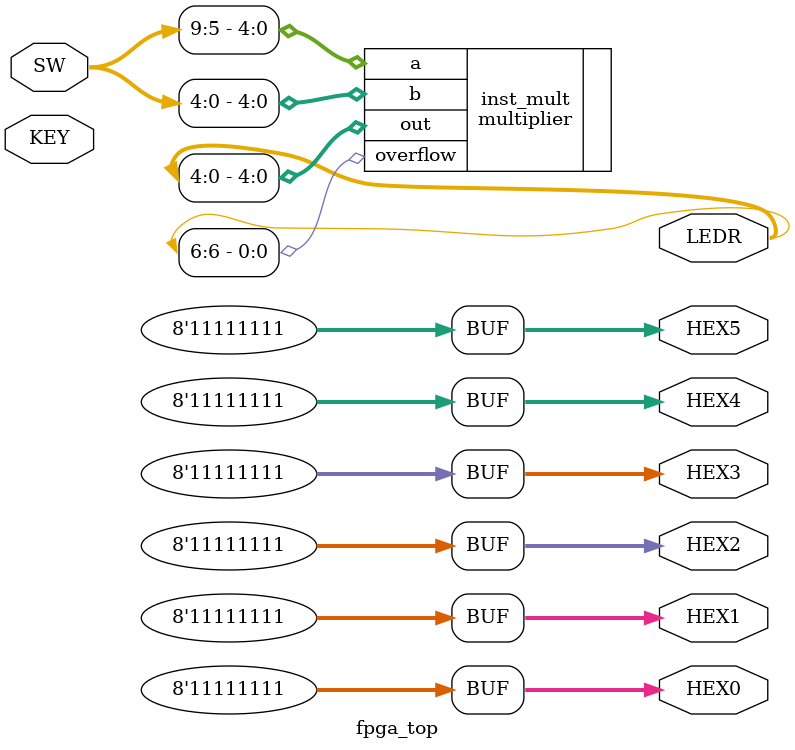
<source format=sv>
module fpga_top
(
    input  [1:0] KEY,
    input  [9:0] SW,

    output [9:0] LEDR,

    output [7:0] HEX0,
    output [7:0] HEX1,
    output [7:0] HEX2,
    output [7:0] HEX3,
    output [7:0] HEX4,
    output [7:0] HEX5
);

    wire [1:0] key;
    assign key = ~ KEY;

    assign { HEX0, HEX1, HEX2, HEX3, HEX4, HEX5 } = '1;

    multiplier inst_mult
    (
        .a        ( SW[9:5]   ),
        .b        ( SW[4:0]   ),
        .out      ( LEDR[4:0] ),
        .overflow ( LEDR[6]   )
    );

endmodule

</source>
